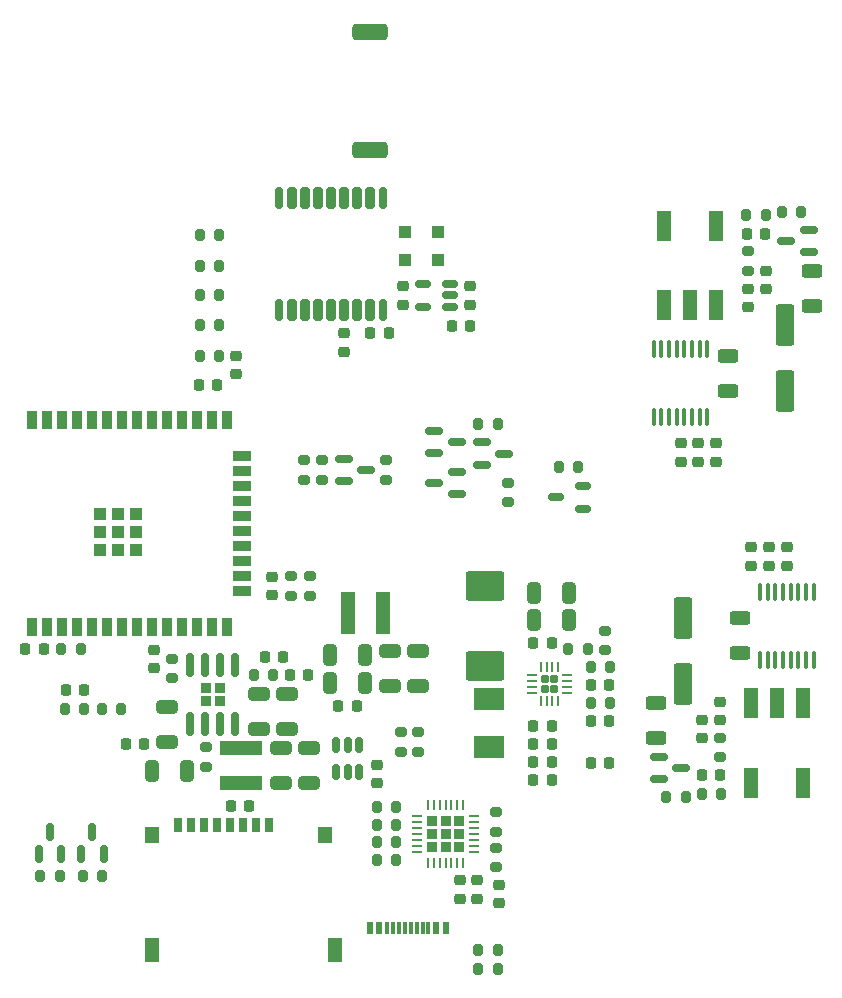
<source format=gbr>
%TF.GenerationSoftware,KiCad,Pcbnew,7.0.10*%
%TF.CreationDate,2024-02-25T13:23:12+01:00*%
%TF.ProjectId,OBSPro,4f425350-726f-42e6-9b69-6361645f7063,rev?*%
%TF.SameCoordinates,PX7270e00PY2255100*%
%TF.FileFunction,Paste,Top*%
%TF.FilePolarity,Positive*%
%FSLAX46Y46*%
G04 Gerber Fmt 4.6, Leading zero omitted, Abs format (unit mm)*
G04 Created by KiCad (PCBNEW 7.0.10) date 2024-02-25 13:23:12*
%MOMM*%
%LPD*%
G01*
G04 APERTURE LIST*
G04 Aperture macros list*
%AMRoundRect*
0 Rectangle with rounded corners*
0 $1 Rounding radius*
0 $2 $3 $4 $5 $6 $7 $8 $9 X,Y pos of 4 corners*
0 Add a 4 corners polygon primitive as box body*
4,1,4,$2,$3,$4,$5,$6,$7,$8,$9,$2,$3,0*
0 Add four circle primitives for the rounded corners*
1,1,$1+$1,$2,$3*
1,1,$1+$1,$4,$5*
1,1,$1+$1,$6,$7*
1,1,$1+$1,$8,$9*
0 Add four rect primitives between the rounded corners*
20,1,$1+$1,$2,$3,$4,$5,0*
20,1,$1+$1,$4,$5,$6,$7,0*
20,1,$1+$1,$6,$7,$8,$9,0*
20,1,$1+$1,$8,$9,$2,$3,0*%
G04 Aperture macros list end*
%ADD10R,3.600000X1.150000*%
%ADD11RoundRect,0.200000X-0.200000X-0.275000X0.200000X-0.275000X0.200000X0.275000X-0.200000X0.275000X0*%
%ADD12RoundRect,0.250000X-0.625000X0.312500X-0.625000X-0.312500X0.625000X-0.312500X0.625000X0.312500X0*%
%ADD13RoundRect,0.232500X-0.232500X0.232500X-0.232500X-0.232500X0.232500X-0.232500X0.232500X0.232500X0*%
%ADD14RoundRect,0.150000X-0.150000X0.825000X-0.150000X-0.825000X0.150000X-0.825000X0.150000X0.825000X0*%
%ADD15RoundRect,0.200000X0.200000X0.275000X-0.200000X0.275000X-0.200000X-0.275000X0.200000X-0.275000X0*%
%ADD16RoundRect,0.350000X1.150000X0.350000X-1.150000X0.350000X-1.150000X-0.350000X1.150000X-0.350000X0*%
%ADD17RoundRect,0.225000X-0.250000X0.225000X-0.250000X-0.225000X0.250000X-0.225000X0.250000X0.225000X0*%
%ADD18RoundRect,0.225000X-0.225000X-0.250000X0.225000X-0.250000X0.225000X0.250000X-0.225000X0.250000X0*%
%ADD19RoundRect,0.250000X-0.650000X0.325000X-0.650000X-0.325000X0.650000X-0.325000X0.650000X0.325000X0*%
%ADD20RoundRect,0.250000X0.650000X-0.325000X0.650000X0.325000X-0.650000X0.325000X-0.650000X-0.325000X0*%
%ADD21RoundRect,0.250000X0.625000X-0.312500X0.625000X0.312500X-0.625000X0.312500X-0.625000X-0.312500X0*%
%ADD22RoundRect,0.100000X0.100000X-0.637500X0.100000X0.637500X-0.100000X0.637500X-0.100000X-0.637500X0*%
%ADD23RoundRect,0.250000X-0.300000X-0.300000X0.300000X-0.300000X0.300000X0.300000X-0.300000X0.300000X0*%
%ADD24RoundRect,0.225000X0.225000X0.250000X-0.225000X0.250000X-0.225000X-0.250000X0.225000X-0.250000X0*%
%ADD25RoundRect,0.150000X-0.587500X-0.150000X0.587500X-0.150000X0.587500X0.150000X-0.587500X0.150000X0*%
%ADD26RoundRect,0.225000X0.250000X-0.225000X0.250000X0.225000X-0.250000X0.225000X-0.250000X-0.225000X0*%
%ADD27RoundRect,0.250000X0.300000X0.300000X-0.300000X0.300000X-0.300000X-0.300000X0.300000X-0.300000X0*%
%ADD28RoundRect,0.200000X-0.275000X0.200000X-0.275000X-0.200000X0.275000X-0.200000X0.275000X0.200000X0*%
%ADD29RoundRect,0.200000X0.275000X-0.200000X0.275000X0.200000X-0.275000X0.200000X-0.275000X-0.200000X0*%
%ADD30RoundRect,0.175000X0.175000X-0.725000X0.175000X0.725000X-0.175000X0.725000X-0.175000X-0.725000X0*%
%ADD31RoundRect,0.200000X0.200000X-0.700000X0.200000X0.700000X-0.200000X0.700000X-0.200000X-0.700000X0*%
%ADD32RoundRect,0.250000X-1.400000X-1.000000X1.400000X-1.000000X1.400000X1.000000X-1.400000X1.000000X0*%
%ADD33RoundRect,0.218750X-0.218750X-0.256250X0.218750X-0.256250X0.218750X0.256250X-0.218750X0.256250X0*%
%ADD34RoundRect,0.150000X0.587500X0.150000X-0.587500X0.150000X-0.587500X-0.150000X0.587500X-0.150000X0*%
%ADD35R,1.150000X3.600000*%
%ADD36RoundRect,0.150000X0.512500X0.150000X-0.512500X0.150000X-0.512500X-0.150000X0.512500X-0.150000X0*%
%ADD37R,0.600000X1.140000*%
%ADD38R,0.300000X1.140000*%
%ADD39RoundRect,0.218750X0.256250X-0.218750X0.256250X0.218750X-0.256250X0.218750X-0.256250X-0.218750X0*%
%ADD40RoundRect,0.250000X0.325000X0.650000X-0.325000X0.650000X-0.325000X-0.650000X0.325000X-0.650000X0*%
%ADD41RoundRect,0.170000X0.170000X-0.170000X0.170000X0.170000X-0.170000X0.170000X-0.170000X-0.170000X0*%
%ADD42RoundRect,0.062500X0.062500X-0.350000X0.062500X0.350000X-0.062500X0.350000X-0.062500X-0.350000X0*%
%ADD43RoundRect,0.062500X0.350000X-0.062500X0.350000X0.062500X-0.350000X0.062500X-0.350000X-0.062500X0*%
%ADD44RoundRect,0.150000X0.150000X-0.587500X0.150000X0.587500X-0.150000X0.587500X-0.150000X-0.587500X0*%
%ADD45RoundRect,0.218750X0.218750X0.256250X-0.218750X0.256250X-0.218750X-0.256250X0.218750X-0.256250X0*%
%ADD46RoundRect,0.250000X-0.325000X-0.650000X0.325000X-0.650000X0.325000X0.650000X-0.325000X0.650000X0*%
%ADD47R,1.200000X2.500000*%
%ADD48R,0.900000X1.500000*%
%ADD49R,1.500000X0.900000*%
%ADD50R,1.050000X1.050000*%
%ADD51RoundRect,0.150000X-0.150000X0.512500X-0.150000X-0.512500X0.150000X-0.512500X0.150000X0.512500X0*%
%ADD52R,2.500000X1.900000*%
%ADD53RoundRect,0.250000X-0.550000X1.500000X-0.550000X-1.500000X0.550000X-1.500000X0.550000X1.500000X0*%
%ADD54RoundRect,0.250000X0.550000X-1.500000X0.550000X1.500000X-0.550000X1.500000X-0.550000X-1.500000X0*%
%ADD55RoundRect,0.225000X0.225000X-0.225000X0.225000X0.225000X-0.225000X0.225000X-0.225000X-0.225000X0*%
%ADD56RoundRect,0.062500X0.062500X-0.337500X0.062500X0.337500X-0.062500X0.337500X-0.062500X-0.337500X0*%
%ADD57RoundRect,0.062500X0.337500X-0.062500X0.337500X0.062500X-0.337500X0.062500X-0.337500X-0.062500X0*%
%ADD58RoundRect,0.100000X-0.100000X0.637500X-0.100000X-0.637500X0.100000X-0.637500X0.100000X0.637500X0*%
%ADD59R,0.700000X1.300000*%
%ADD60R,1.200000X1.400000*%
%ADD61R,1.200000X2.000000*%
G04 APERTURE END LIST*
D10*
%TO.C,L1*%
X19300000Y-62625000D03*
X19300000Y-65575000D03*
%TD*%
D11*
%TO.C,R2*%
X39375000Y-79700000D03*
X41025000Y-79700000D03*
%TD*%
D12*
%TO.C,R44*%
X60500000Y-29437500D03*
X60500000Y-32362500D03*
%TD*%
D13*
%TO.C,U1*%
X17475000Y-57525000D03*
X16325000Y-57525000D03*
X17475000Y-58675000D03*
X16325000Y-58675000D03*
D14*
X18805000Y-55625000D03*
X17535000Y-55625000D03*
X16265000Y-55625000D03*
X14995000Y-55625000D03*
X14995000Y-60575000D03*
X16265000Y-60575000D03*
X17535000Y-60575000D03*
X18805000Y-60575000D03*
%TD*%
D11*
%TO.C,R36*%
X15775000Y-24300000D03*
X17425000Y-24300000D03*
%TD*%
D15*
%TO.C,R21*%
X3925000Y-73475000D03*
X2275000Y-73475000D03*
%TD*%
%TO.C,R40*%
X66724999Y-17200000D03*
X65074999Y-17200000D03*
%TD*%
D16*
%TO.C,AE1*%
X30200000Y-12000000D03*
X30200000Y-2000000D03*
%TD*%
D17*
%TO.C,C33*%
X28000000Y-27525000D03*
X28000000Y-29075000D03*
%TD*%
D11*
%TO.C,R38*%
X62074999Y-17500000D03*
X63724999Y-17500000D03*
%TD*%
D18*
%TO.C,C20*%
X44025000Y-60800000D03*
X45575000Y-60800000D03*
%TD*%
D11*
%TO.C,R11*%
X46975000Y-54200000D03*
X48625000Y-54200000D03*
%TD*%
D19*
%TO.C,C11*%
X34300000Y-54425000D03*
X34300000Y-57375000D03*
%TD*%
D20*
%TO.C,C7*%
X13000000Y-62075000D03*
X13000000Y-59125000D03*
%TD*%
D21*
%TO.C,R43*%
X61500000Y-54562500D03*
X61500000Y-51637500D03*
%TD*%
D22*
%TO.C,U8*%
X63225000Y-55162500D03*
X63875000Y-55162500D03*
X64525000Y-55162500D03*
X65175000Y-55162500D03*
X65825000Y-55162500D03*
X66475000Y-55162500D03*
X67125000Y-55162500D03*
X67775000Y-55162500D03*
X67775000Y-49437500D03*
X67125000Y-49437500D03*
X66475000Y-49437500D03*
X65825000Y-49437500D03*
X65175000Y-49437500D03*
X64525000Y-49437500D03*
X63875000Y-49437500D03*
X63225000Y-49437500D03*
%TD*%
D23*
%TO.C,D4*%
X33200000Y-21300000D03*
X36000000Y-21300000D03*
%TD*%
D24*
%TO.C,C30*%
X2575000Y-54220000D03*
X1025000Y-54220000D03*
%TD*%
D25*
%TO.C,Q4*%
X35662500Y-35750000D03*
X35662500Y-37650000D03*
X37537500Y-36700000D03*
%TD*%
D26*
%TO.C,C36*%
X62500000Y-47175000D03*
X62500000Y-45625000D03*
%TD*%
D18*
%TO.C,C17*%
X44025000Y-65300000D03*
X45575000Y-65300000D03*
%TD*%
D11*
%TO.C,R4*%
X20375000Y-56400000D03*
X22025000Y-56400000D03*
%TD*%
D17*
%TO.C,C27*%
X41100000Y-74225000D03*
X41100000Y-75775000D03*
%TD*%
D27*
%TO.C,D5*%
X36000000Y-18900000D03*
X33200000Y-18900000D03*
%TD*%
D28*
%TO.C,R6*%
X13400000Y-55075000D03*
X13400000Y-56725000D03*
%TD*%
D17*
%TO.C,C29*%
X37800000Y-73825000D03*
X37800000Y-75375000D03*
%TD*%
D29*
%TO.C,R26*%
X31600000Y-39925000D03*
X31600000Y-38275000D03*
%TD*%
D30*
%TO.C,U7*%
X22500000Y-25550000D03*
D31*
X23600000Y-25550000D03*
X24700000Y-25550000D03*
X25800000Y-25550000D03*
X26900000Y-25550000D03*
X28000000Y-25550000D03*
X29100000Y-25550000D03*
X30200000Y-25550000D03*
D30*
X31300000Y-25550000D03*
X31300000Y-16050000D03*
D31*
X30200000Y-16050000D03*
X29100000Y-16050000D03*
X28000000Y-16050000D03*
X26900000Y-16050000D03*
X25800000Y-16050000D03*
X24700000Y-16050000D03*
X23600000Y-16050000D03*
D30*
X22500000Y-16050000D03*
%TD*%
D15*
%TO.C,R32*%
X59925000Y-66500000D03*
X58275000Y-66500000D03*
%TD*%
D32*
%TO.C,D3*%
X39900000Y-48900000D03*
X39900000Y-55700000D03*
%TD*%
D15*
%TO.C,R23*%
X9125000Y-59300000D03*
X7475000Y-59300000D03*
%TD*%
D33*
%TO.C,F1*%
X9512500Y-62300000D03*
X11087500Y-62300000D03*
%TD*%
D34*
%TO.C,Q6*%
X37537500Y-41150000D03*
X37537500Y-39250000D03*
X35662500Y-40200000D03*
%TD*%
D26*
%TO.C,C45*%
X63699999Y-23775000D03*
X63699999Y-22225000D03*
%TD*%
D17*
%TO.C,C41*%
X58000000Y-36825000D03*
X58000000Y-38375000D03*
%TD*%
D11*
%TO.C,R22*%
X5875000Y-73475000D03*
X7525000Y-73475000D03*
%TD*%
D26*
%TO.C,C40*%
X59800000Y-60275000D03*
X59800000Y-58725000D03*
%TD*%
D18*
%TO.C,C18*%
X44025000Y-63800000D03*
X45575000Y-63800000D03*
%TD*%
D35*
%TO.C,L2*%
X28325000Y-51200000D03*
X31275000Y-51200000D03*
%TD*%
D11*
%TO.C,R3*%
X39375000Y-81300000D03*
X41025000Y-81300000D03*
%TD*%
D26*
%TO.C,C37*%
X65500000Y-47175000D03*
X65500000Y-45625000D03*
%TD*%
D36*
%TO.C,U3*%
X36937500Y-25250000D03*
X36937500Y-24300000D03*
X36937500Y-23350000D03*
X34662500Y-23350000D03*
X34662500Y-25250000D03*
%TD*%
D21*
%TO.C,R31*%
X54400000Y-61762500D03*
X54400000Y-58837500D03*
%TD*%
D11*
%TO.C,R35*%
X15775000Y-26800000D03*
X17425000Y-26800000D03*
%TD*%
D28*
%TO.C,R10*%
X50100000Y-52675000D03*
X50100000Y-54325000D03*
%TD*%
D11*
%TO.C,R14*%
X4075000Y-54220000D03*
X5725000Y-54220000D03*
%TD*%
%TO.C,R41*%
X15775000Y-21800000D03*
X17425000Y-21800000D03*
%TD*%
D37*
%TO.C,J1*%
X30200000Y-77840000D03*
X31000000Y-77840000D03*
D38*
X32150000Y-77840000D03*
X33150000Y-77840000D03*
X33650000Y-77840000D03*
X34650000Y-77840000D03*
D37*
X36600000Y-77840000D03*
X35800000Y-77840000D03*
D38*
X35150000Y-77840000D03*
X34150000Y-77840000D03*
X32650000Y-77840000D03*
X31650000Y-77840000D03*
%TD*%
D17*
%TO.C,C38*%
X58300000Y-60225000D03*
X58300000Y-61775000D03*
%TD*%
D39*
%TO.C,D1*%
X11900000Y-55887500D03*
X11900000Y-54312500D03*
%TD*%
D26*
%TO.C,C49*%
X18900000Y-30975000D03*
X18900000Y-29425000D03*
%TD*%
D18*
%TO.C,C25*%
X48925000Y-60300000D03*
X50475000Y-60300000D03*
%TD*%
D17*
%TO.C,C47*%
X62199999Y-23725000D03*
X62199999Y-25275000D03*
%TD*%
D25*
%TO.C,Q5*%
X27962500Y-38150000D03*
X27962500Y-40050000D03*
X29837500Y-39100000D03*
%TD*%
D28*
%TO.C,R29*%
X24600000Y-38275000D03*
X24600000Y-39925000D03*
%TD*%
%TO.C,R46*%
X23500000Y-48075000D03*
X23500000Y-49725000D03*
%TD*%
D18*
%TO.C,C5*%
X21325000Y-54900000D03*
X22875000Y-54900000D03*
%TD*%
D17*
%TO.C,C28*%
X39300000Y-73825000D03*
X39300000Y-75375000D03*
%TD*%
D25*
%TO.C,Q3*%
X39662500Y-36750000D03*
X39662500Y-38650000D03*
X41537500Y-37700000D03*
%TD*%
D29*
%TO.C,R30*%
X25100000Y-49725000D03*
X25100000Y-48075000D03*
%TD*%
D18*
%TO.C,C31*%
X18425000Y-67500000D03*
X19975000Y-67500000D03*
%TD*%
D17*
%TO.C,C43*%
X59500000Y-36825000D03*
X59500000Y-38375000D03*
%TD*%
%TO.C,C44*%
X56500000Y-36825000D03*
X56500000Y-38375000D03*
%TD*%
D40*
%TO.C,C8*%
X14670000Y-64600000D03*
X11720000Y-64600000D03*
%TD*%
D18*
%TO.C,C6*%
X23400000Y-56400000D03*
X24950000Y-56400000D03*
%TD*%
D15*
%TO.C,R18*%
X32425000Y-67600000D03*
X30775000Y-67600000D03*
%TD*%
D20*
%TO.C,C3*%
X23200000Y-60975000D03*
X23200000Y-58025000D03*
%TD*%
D33*
%TO.C,FB1*%
X15712500Y-31900000D03*
X17287500Y-31900000D03*
%TD*%
D18*
%TO.C,C42*%
X62124999Y-19100000D03*
X63674999Y-19100000D03*
%TD*%
D28*
%TO.C,R7*%
X34300000Y-61275000D03*
X34300000Y-62925000D03*
%TD*%
D41*
%TO.C,U4*%
X44980000Y-57620000D03*
X45820000Y-57620000D03*
X44980000Y-56780000D03*
X45820000Y-56780000D03*
D42*
X44650000Y-58662500D03*
X45150000Y-58662500D03*
X45650000Y-58662500D03*
X46150000Y-58662500D03*
D43*
X46862500Y-57950000D03*
X46862500Y-57450000D03*
X46862500Y-56950000D03*
X46862500Y-56450000D03*
D42*
X46150000Y-55737500D03*
X45650000Y-55737500D03*
X45150000Y-55737500D03*
X44650000Y-55737500D03*
D43*
X43937500Y-56450000D03*
X43937500Y-56950000D03*
X43937500Y-57450000D03*
X43937500Y-57950000D03*
%TD*%
D44*
%TO.C,Q2*%
X5750000Y-71612500D03*
X7650000Y-71612500D03*
X6700000Y-69737500D03*
%TD*%
D29*
%TO.C,R39*%
X62199999Y-22225000D03*
X62199999Y-20575000D03*
%TD*%
D45*
%TO.C,FB8*%
X38700000Y-26900000D03*
X37125000Y-26900000D03*
%TD*%
D15*
%TO.C,R19*%
X32425000Y-72100000D03*
X30775000Y-72100000D03*
%TD*%
D46*
%TO.C,C23*%
X44125000Y-49500000D03*
X47075000Y-49500000D03*
%TD*%
D18*
%TO.C,C26*%
X48925000Y-57300000D03*
X50475000Y-57300000D03*
%TD*%
D17*
%TO.C,C50*%
X21900000Y-48125000D03*
X21900000Y-49675000D03*
%TD*%
D47*
%TO.C,T2*%
X55100000Y-25150000D03*
X57300000Y-25150000D03*
X59500000Y-25150000D03*
X59500000Y-18450000D03*
X55100000Y-18450000D03*
%TD*%
D26*
%TO.C,C34*%
X64000000Y-47175000D03*
X64000000Y-45625000D03*
%TD*%
D18*
%TO.C,C19*%
X44025000Y-62300000D03*
X45575000Y-62300000D03*
%TD*%
D29*
%TO.C,R15*%
X40900000Y-72725000D03*
X40900000Y-71075000D03*
%TD*%
D19*
%TO.C,C4*%
X25000000Y-62625000D03*
X25000000Y-65575000D03*
%TD*%
D15*
%TO.C,R1*%
X47825000Y-38800000D03*
X46175000Y-38800000D03*
%TD*%
D48*
%TO.C,U6*%
X1565000Y-52370000D03*
X2835000Y-52370000D03*
X4105000Y-52370000D03*
X5375000Y-52370000D03*
X6645000Y-52370000D03*
X7915000Y-52370000D03*
X9185000Y-52370000D03*
X10455000Y-52370000D03*
X11725000Y-52370000D03*
X12995000Y-52370000D03*
X14265000Y-52370000D03*
X15535000Y-52370000D03*
X16805000Y-52370000D03*
X18075000Y-52370000D03*
D49*
X19325000Y-49330000D03*
X19325000Y-48060000D03*
X19325000Y-46790000D03*
X19325000Y-45520000D03*
X19325000Y-44250000D03*
X19325000Y-42980000D03*
X19325000Y-41710000D03*
X19325000Y-40440000D03*
X19325000Y-39170000D03*
X19325000Y-37900000D03*
D48*
X18075000Y-34870000D03*
X16805000Y-34870000D03*
X15535000Y-34870000D03*
X14265000Y-34870000D03*
X12995000Y-34870000D03*
X11725000Y-34870000D03*
X10455000Y-34870000D03*
X9185000Y-34870000D03*
X7915000Y-34870000D03*
X6645000Y-34870000D03*
X5375000Y-34870000D03*
X4105000Y-34870000D03*
X2835000Y-34870000D03*
X1565000Y-34870000D03*
D50*
X7380000Y-45825000D03*
X8905000Y-45825000D03*
X10430000Y-45825000D03*
X7380000Y-44300000D03*
X8905000Y-44300000D03*
X10430000Y-44300000D03*
X7380000Y-42775000D03*
X8905000Y-42775000D03*
X10430000Y-42775000D03*
%TD*%
D24*
%TO.C,C48*%
X5975000Y-57700000D03*
X4425000Y-57700000D03*
%TD*%
D20*
%TO.C,C1*%
X20800000Y-60975000D03*
X20800000Y-58025000D03*
%TD*%
D15*
%TO.C,R12*%
X50525000Y-58800000D03*
X48875000Y-58800000D03*
%TD*%
D18*
%TO.C,C32*%
X30225000Y-27500000D03*
X31775000Y-27500000D03*
%TD*%
D19*
%TO.C,C2*%
X22700000Y-62625000D03*
X22700000Y-65575000D03*
%TD*%
%TO.C,C10*%
X31900000Y-54425000D03*
X31900000Y-57375000D03*
%TD*%
D51*
%TO.C,U2*%
X29250000Y-62362500D03*
X28300000Y-62362500D03*
X27350000Y-62362500D03*
X27350000Y-64637500D03*
X28300000Y-64637500D03*
X29250000Y-64637500D03*
%TD*%
D46*
%TO.C,C13*%
X26825000Y-57130000D03*
X29775000Y-57130000D03*
%TD*%
D12*
%TO.C,R37*%
X67599999Y-22237500D03*
X67599999Y-25162500D03*
%TD*%
D26*
%TO.C,C15*%
X38700000Y-25075000D03*
X38700000Y-23525000D03*
%TD*%
D52*
%TO.C,L3*%
X40300000Y-62550000D03*
X40300000Y-58450000D03*
%TD*%
D44*
%TO.C,Q1*%
X2150000Y-71612500D03*
X4050000Y-71612500D03*
X3100000Y-69737500D03*
%TD*%
D53*
%TO.C,C46*%
X65300000Y-26800000D03*
X65300000Y-32400000D03*
%TD*%
D18*
%TO.C,C21*%
X44025000Y-53700000D03*
X45575000Y-53700000D03*
%TD*%
D11*
%TO.C,R9*%
X15775000Y-29400000D03*
X17425000Y-29400000D03*
%TD*%
D15*
%TO.C,R16*%
X32425000Y-70600000D03*
X30775000Y-70600000D03*
%TD*%
D18*
%TO.C,C14*%
X27525000Y-59100000D03*
X29075000Y-59100000D03*
%TD*%
D17*
%TO.C,C16*%
X33000000Y-23525000D03*
X33000000Y-25075000D03*
%TD*%
D54*
%TO.C,C39*%
X56700000Y-57200000D03*
X56700000Y-51600000D03*
%TD*%
D11*
%TO.C,R42*%
X15775000Y-19200000D03*
X17425000Y-19200000D03*
%TD*%
%TO.C,R34*%
X55275000Y-66800000D03*
X56925000Y-66800000D03*
%TD*%
D15*
%TO.C,R24*%
X6025000Y-59300000D03*
X4375000Y-59300000D03*
%TD*%
D29*
%TO.C,R20*%
X40900000Y-69725000D03*
X40900000Y-68075000D03*
%TD*%
D17*
%TO.C,C9*%
X30800000Y-64025000D03*
X30800000Y-65575000D03*
%TD*%
D34*
%TO.C,Q9*%
X67337499Y-20650000D03*
X67337499Y-18750000D03*
X65462499Y-19700000D03*
%TD*%
D29*
%TO.C,R5*%
X16300000Y-64225000D03*
X16300000Y-62575000D03*
%TD*%
D11*
%TO.C,R28*%
X39375000Y-35200000D03*
X41025000Y-35200000D03*
%TD*%
D28*
%TO.C,R33*%
X59800000Y-61775000D03*
X59800000Y-63425000D03*
%TD*%
D25*
%TO.C,Q7*%
X54662500Y-63350000D03*
X54662500Y-65250000D03*
X56537500Y-64300000D03*
%TD*%
D46*
%TO.C,C12*%
X26825000Y-54730000D03*
X29775000Y-54730000D03*
%TD*%
D11*
%TO.C,R13*%
X48875000Y-55800000D03*
X50525000Y-55800000D03*
%TD*%
D55*
%TO.C,U5*%
X35480000Y-71020000D03*
X36600000Y-71020000D03*
X37720000Y-71020000D03*
X35480000Y-69900000D03*
X36600000Y-69900000D03*
X37720000Y-69900000D03*
X35480000Y-68780000D03*
X36600000Y-68780000D03*
X37720000Y-68780000D03*
D56*
X35100000Y-72350000D03*
X35600000Y-72350000D03*
X36100000Y-72350000D03*
X36600000Y-72350000D03*
X37100000Y-72350000D03*
X37600000Y-72350000D03*
X38100000Y-72350000D03*
D57*
X39050000Y-71400000D03*
X39050000Y-70900000D03*
X39050000Y-70400000D03*
X39050000Y-69900000D03*
X39050000Y-69400000D03*
X39050000Y-68900000D03*
X39050000Y-68400000D03*
D56*
X38100000Y-67450000D03*
X37600000Y-67450000D03*
X37100000Y-67450000D03*
X36600000Y-67450000D03*
X36100000Y-67450000D03*
X35600000Y-67450000D03*
X35100000Y-67450000D03*
D57*
X34150000Y-68400000D03*
X34150000Y-68900000D03*
X34150000Y-69400000D03*
X34150000Y-69900000D03*
X34150000Y-70400000D03*
X34150000Y-70900000D03*
X34150000Y-71400000D03*
%TD*%
D29*
%TO.C,R27*%
X26100000Y-39925000D03*
X26100000Y-38275000D03*
%TD*%
D46*
%TO.C,C22*%
X44125000Y-51800000D03*
X47075000Y-51800000D03*
%TD*%
D36*
%TO.C,U10*%
X48237500Y-42350000D03*
X48237500Y-40450000D03*
X45962500Y-41400000D03*
%TD*%
D15*
%TO.C,R17*%
X32425000Y-69100000D03*
X30775000Y-69100000D03*
%TD*%
D58*
%TO.C,U9*%
X58775000Y-28837500D03*
X58125000Y-28837500D03*
X57475000Y-28837500D03*
X56825000Y-28837500D03*
X56175000Y-28837500D03*
X55525000Y-28837500D03*
X54875000Y-28837500D03*
X54225000Y-28837500D03*
X54225000Y-34562500D03*
X54875000Y-34562500D03*
X55525000Y-34562500D03*
X56175000Y-34562500D03*
X56825000Y-34562500D03*
X57475000Y-34562500D03*
X58125000Y-34562500D03*
X58775000Y-34562500D03*
%TD*%
D29*
%TO.C,R8*%
X32800000Y-62925000D03*
X32800000Y-61275000D03*
%TD*%
%TO.C,R25*%
X41900000Y-41825000D03*
X41900000Y-40175000D03*
%TD*%
D18*
%TO.C,C24*%
X48925000Y-63900000D03*
X50475000Y-63900000D03*
%TD*%
D59*
%TO.C,J4*%
X21650000Y-69137491D03*
X20550000Y-69137491D03*
X19450000Y-69137491D03*
X18350000Y-69137491D03*
X17250000Y-69137491D03*
X16150000Y-69137491D03*
X15050000Y-69137491D03*
X13950000Y-69137491D03*
D60*
X11750000Y-69987491D03*
D61*
X11750000Y-79687491D03*
D60*
X26430000Y-69987491D03*
D61*
X27270000Y-79687491D03*
%TD*%
D24*
%TO.C,C35*%
X59875000Y-64900000D03*
X58325000Y-64900000D03*
%TD*%
D47*
%TO.C,T1*%
X66899999Y-58850000D03*
X64699999Y-58850000D03*
X62499999Y-58850000D03*
X62499999Y-65550000D03*
X66899999Y-65550000D03*
%TD*%
M02*

</source>
